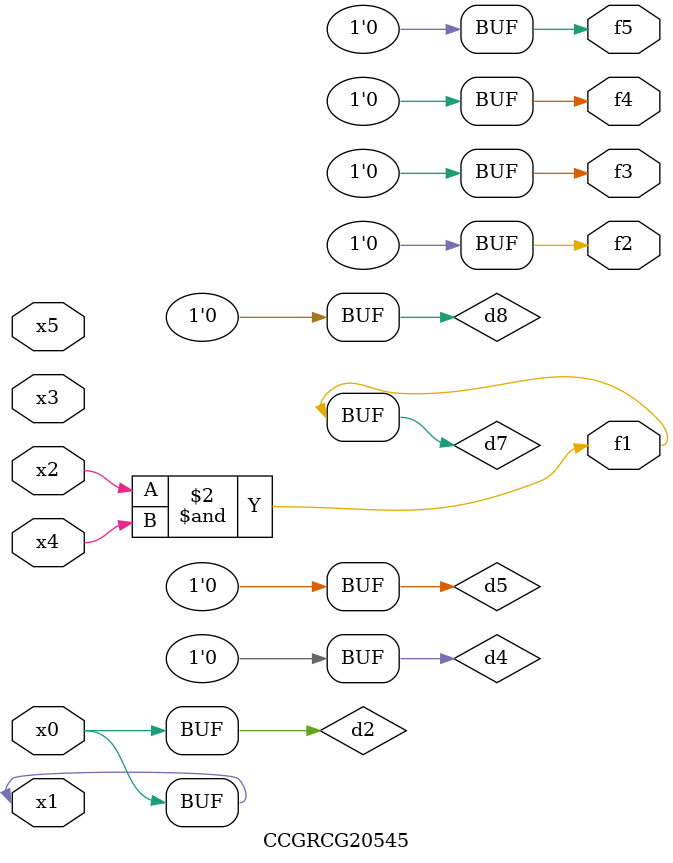
<source format=v>
module CCGRCG20545(
	input x0, x1, x2, x3, x4, x5,
	output f1, f2, f3, f4, f5
);

	wire d1, d2, d3, d4, d5, d6, d7, d8, d9;

	nand (d1, x1);
	buf (d2, x0, x1);
	nand (d3, x2, x4);
	and (d4, d1, d2);
	and (d5, d1, d2);
	nand (d6, d1, d3);
	not (d7, d3);
	xor (d8, d5);
	nor (d9, d5, d6);
	assign f1 = d7;
	assign f2 = d8;
	assign f3 = d8;
	assign f4 = d8;
	assign f5 = d8;
endmodule

</source>
